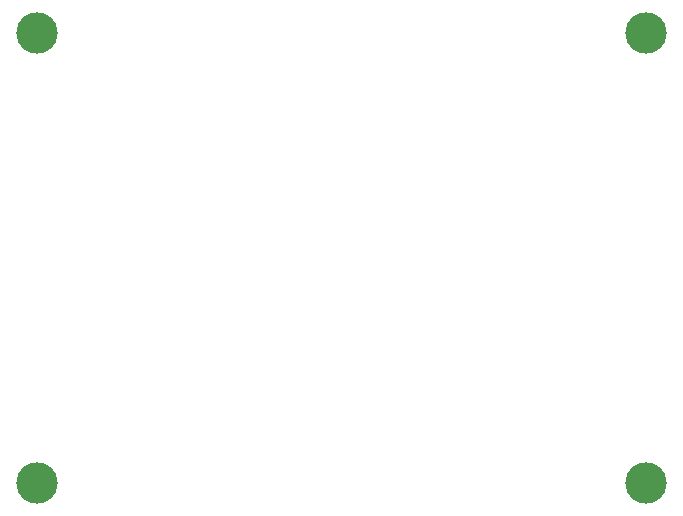
<source format=gtl>
%TF.GenerationSoftware,KiCad,Pcbnew,(5.1.8)-1*%
%TF.CreationDate,2021-03-08T16:17:57+01:00*%
%TF.ProjectId,ZX Diagnostic 2021 FA1,5a582044-6961-4676-9e6f-737469632032,rev?*%
%TF.SameCoordinates,Original*%
%TF.FileFunction,Copper,L1,Top*%
%TF.FilePolarity,Positive*%
%FSLAX46Y46*%
G04 Gerber Fmt 4.6, Leading zero omitted, Abs format (unit mm)*
G04 Created by KiCad (PCBNEW (5.1.8)-1) date 2021-03-08 16:17:57*
%MOMM*%
%LPD*%
G01*
G04 APERTURE LIST*
%TA.AperFunction,ComponentPad*%
%ADD10C,3.500000*%
%TD*%
G04 APERTURE END LIST*
D10*
%TO.P,M1,1*%
%TO.N,Net-(M1-Pad1)*%
X123444000Y-100330000D03*
%TD*%
%TO.P,M2,1*%
%TO.N,Net-(M1-Pad1)*%
X175011000Y-100330000D03*
%TD*%
%TO.P,M3,1*%
%TO.N,Net-(M1-Pad1)*%
X175011000Y-62230000D03*
%TD*%
%TO.P,M4,1*%
%TO.N,Net-(M1-Pad1)*%
X123444000Y-62230000D03*
%TD*%
M02*

</source>
